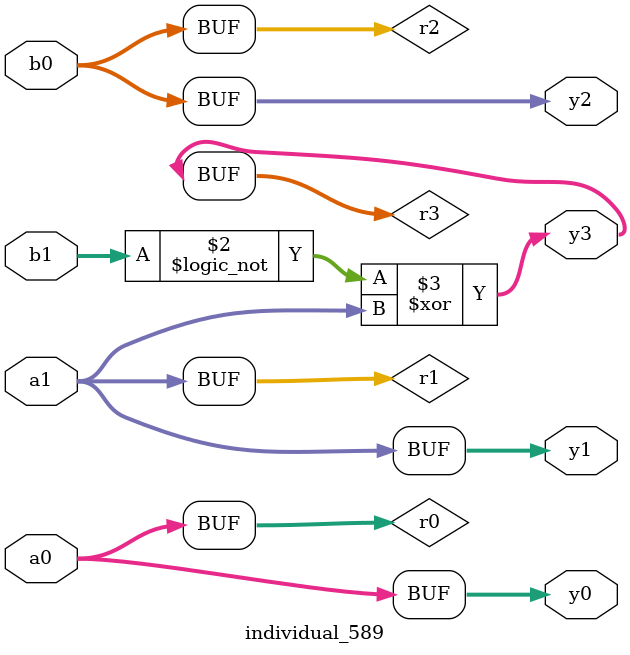
<source format=sv>
module individual_589(input logic [15:0] a1, input logic [15:0] a0, input logic [15:0] b1, input logic [15:0] b0, output logic [15:0] y3, output logic [15:0] y2, output logic [15:0] y1, output logic [15:0] y0);
logic [15:0] r0, r1, r2, r3; 
 always@(*) begin 
	 r0 = a0; r1 = a1; r2 = b0; r3 = b1; 
 	 r3 = ! r3 ;
 	 r3  ^=  a1 ;
 	 y3 = r3; y2 = r2; y1 = r1; y0 = r0; 
end
endmodule
</source>
